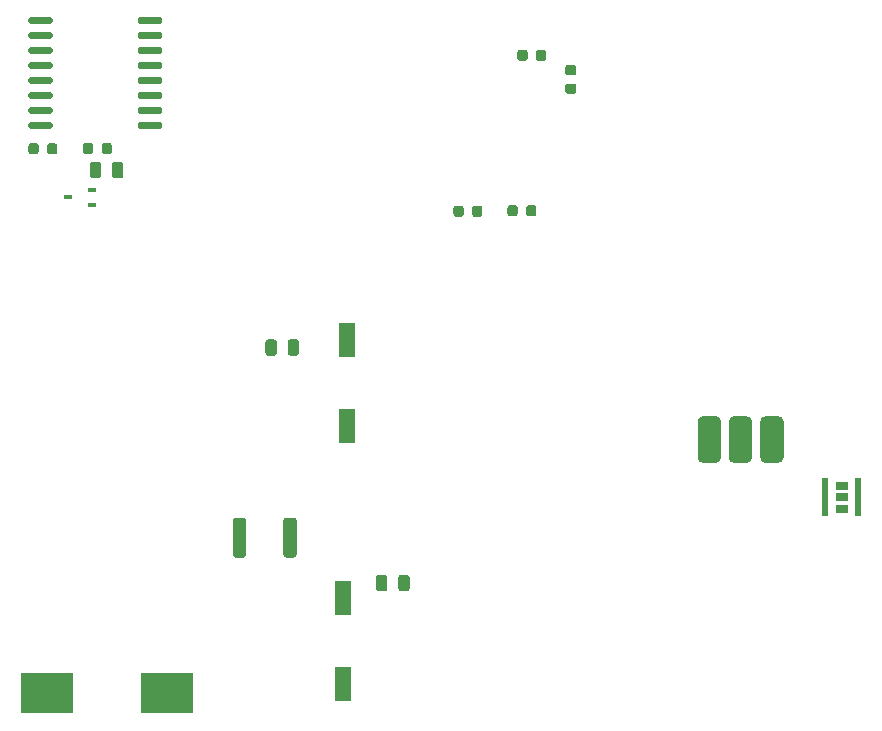
<source format=gbp>
G04 #@! TF.GenerationSoftware,KiCad,Pcbnew,(5.1.10-1-10_14)*
G04 #@! TF.CreationDate,2022-08-11T15:17:29-07:00*
G04 #@! TF.ProjectId,ulc-mm,756c632d-6d6d-42e6-9b69-6361645f7063,rev?*
G04 #@! TF.SameCoordinates,Original*
G04 #@! TF.FileFunction,Paste,Bot*
G04 #@! TF.FilePolarity,Positive*
%FSLAX46Y46*%
G04 Gerber Fmt 4.6, Leading zero omitted, Abs format (unit mm)*
G04 Created by KiCad (PCBNEW (5.1.10-1-10_14)) date 2022-08-11 15:17:29*
%MOMM*%
%LPD*%
G01*
G04 APERTURE LIST*
%ADD10R,1.470000X3.000000*%
%ADD11R,4.400000X3.400000*%
%ADD12R,0.700000X0.450000*%
%ADD13R,1.010000X0.750000*%
%ADD14R,0.500000X3.300000*%
G04 APERTURE END LIST*
G36*
G01*
X211190600Y-111161000D02*
X211190600Y-110861000D01*
G75*
G02*
X211340600Y-110711000I150000J0D01*
G01*
X213090600Y-110711000D01*
G75*
G02*
X213240600Y-110861000I0J-150000D01*
G01*
X213240600Y-111161000D01*
G75*
G02*
X213090600Y-111311000I-150000J0D01*
G01*
X211340600Y-111311000D01*
G75*
G02*
X211190600Y-111161000I0J150000D01*
G01*
G37*
G36*
G01*
X211190600Y-109891000D02*
X211190600Y-109591000D01*
G75*
G02*
X211340600Y-109441000I150000J0D01*
G01*
X213090600Y-109441000D01*
G75*
G02*
X213240600Y-109591000I0J-150000D01*
G01*
X213240600Y-109891000D01*
G75*
G02*
X213090600Y-110041000I-150000J0D01*
G01*
X211340600Y-110041000D01*
G75*
G02*
X211190600Y-109891000I0J150000D01*
G01*
G37*
G36*
G01*
X211190600Y-108621000D02*
X211190600Y-108321000D01*
G75*
G02*
X211340600Y-108171000I150000J0D01*
G01*
X213090600Y-108171000D01*
G75*
G02*
X213240600Y-108321000I0J-150000D01*
G01*
X213240600Y-108621000D01*
G75*
G02*
X213090600Y-108771000I-150000J0D01*
G01*
X211340600Y-108771000D01*
G75*
G02*
X211190600Y-108621000I0J150000D01*
G01*
G37*
G36*
G01*
X211190600Y-107351000D02*
X211190600Y-107051000D01*
G75*
G02*
X211340600Y-106901000I150000J0D01*
G01*
X213090600Y-106901000D01*
G75*
G02*
X213240600Y-107051000I0J-150000D01*
G01*
X213240600Y-107351000D01*
G75*
G02*
X213090600Y-107501000I-150000J0D01*
G01*
X211340600Y-107501000D01*
G75*
G02*
X211190600Y-107351000I0J150000D01*
G01*
G37*
G36*
G01*
X211190600Y-106081000D02*
X211190600Y-105781000D01*
G75*
G02*
X211340600Y-105631000I150000J0D01*
G01*
X213090600Y-105631000D01*
G75*
G02*
X213240600Y-105781000I0J-150000D01*
G01*
X213240600Y-106081000D01*
G75*
G02*
X213090600Y-106231000I-150000J0D01*
G01*
X211340600Y-106231000D01*
G75*
G02*
X211190600Y-106081000I0J150000D01*
G01*
G37*
G36*
G01*
X211190600Y-104811000D02*
X211190600Y-104511000D01*
G75*
G02*
X211340600Y-104361000I150000J0D01*
G01*
X213090600Y-104361000D01*
G75*
G02*
X213240600Y-104511000I0J-150000D01*
G01*
X213240600Y-104811000D01*
G75*
G02*
X213090600Y-104961000I-150000J0D01*
G01*
X211340600Y-104961000D01*
G75*
G02*
X211190600Y-104811000I0J150000D01*
G01*
G37*
G36*
G01*
X211190600Y-103541000D02*
X211190600Y-103241000D01*
G75*
G02*
X211340600Y-103091000I150000J0D01*
G01*
X213090600Y-103091000D01*
G75*
G02*
X213240600Y-103241000I0J-150000D01*
G01*
X213240600Y-103541000D01*
G75*
G02*
X213090600Y-103691000I-150000J0D01*
G01*
X211340600Y-103691000D01*
G75*
G02*
X211190600Y-103541000I0J150000D01*
G01*
G37*
G36*
G01*
X211190600Y-102271000D02*
X211190600Y-101971000D01*
G75*
G02*
X211340600Y-101821000I150000J0D01*
G01*
X213090600Y-101821000D01*
G75*
G02*
X213240600Y-101971000I0J-150000D01*
G01*
X213240600Y-102271000D01*
G75*
G02*
X213090600Y-102421000I-150000J0D01*
G01*
X211340600Y-102421000D01*
G75*
G02*
X211190600Y-102271000I0J150000D01*
G01*
G37*
G36*
G01*
X220490600Y-102271000D02*
X220490600Y-101971000D01*
G75*
G02*
X220640600Y-101821000I150000J0D01*
G01*
X222390600Y-101821000D01*
G75*
G02*
X222540600Y-101971000I0J-150000D01*
G01*
X222540600Y-102271000D01*
G75*
G02*
X222390600Y-102421000I-150000J0D01*
G01*
X220640600Y-102421000D01*
G75*
G02*
X220490600Y-102271000I0J150000D01*
G01*
G37*
G36*
G01*
X220490600Y-103541000D02*
X220490600Y-103241000D01*
G75*
G02*
X220640600Y-103091000I150000J0D01*
G01*
X222390600Y-103091000D01*
G75*
G02*
X222540600Y-103241000I0J-150000D01*
G01*
X222540600Y-103541000D01*
G75*
G02*
X222390600Y-103691000I-150000J0D01*
G01*
X220640600Y-103691000D01*
G75*
G02*
X220490600Y-103541000I0J150000D01*
G01*
G37*
G36*
G01*
X220490600Y-104811000D02*
X220490600Y-104511000D01*
G75*
G02*
X220640600Y-104361000I150000J0D01*
G01*
X222390600Y-104361000D01*
G75*
G02*
X222540600Y-104511000I0J-150000D01*
G01*
X222540600Y-104811000D01*
G75*
G02*
X222390600Y-104961000I-150000J0D01*
G01*
X220640600Y-104961000D01*
G75*
G02*
X220490600Y-104811000I0J150000D01*
G01*
G37*
G36*
G01*
X220490600Y-106081000D02*
X220490600Y-105781000D01*
G75*
G02*
X220640600Y-105631000I150000J0D01*
G01*
X222390600Y-105631000D01*
G75*
G02*
X222540600Y-105781000I0J-150000D01*
G01*
X222540600Y-106081000D01*
G75*
G02*
X222390600Y-106231000I-150000J0D01*
G01*
X220640600Y-106231000D01*
G75*
G02*
X220490600Y-106081000I0J150000D01*
G01*
G37*
G36*
G01*
X220490600Y-107351000D02*
X220490600Y-107051000D01*
G75*
G02*
X220640600Y-106901000I150000J0D01*
G01*
X222390600Y-106901000D01*
G75*
G02*
X222540600Y-107051000I0J-150000D01*
G01*
X222540600Y-107351000D01*
G75*
G02*
X222390600Y-107501000I-150000J0D01*
G01*
X220640600Y-107501000D01*
G75*
G02*
X220490600Y-107351000I0J150000D01*
G01*
G37*
G36*
G01*
X220490600Y-108621000D02*
X220490600Y-108321000D01*
G75*
G02*
X220640600Y-108171000I150000J0D01*
G01*
X222390600Y-108171000D01*
G75*
G02*
X222540600Y-108321000I0J-150000D01*
G01*
X222540600Y-108621000D01*
G75*
G02*
X222390600Y-108771000I-150000J0D01*
G01*
X220640600Y-108771000D01*
G75*
G02*
X220490600Y-108621000I0J150000D01*
G01*
G37*
G36*
G01*
X220490600Y-109891000D02*
X220490600Y-109591000D01*
G75*
G02*
X220640600Y-109441000I150000J0D01*
G01*
X222390600Y-109441000D01*
G75*
G02*
X222540600Y-109591000I0J-150000D01*
G01*
X222540600Y-109891000D01*
G75*
G02*
X222390600Y-110041000I-150000J0D01*
G01*
X220640600Y-110041000D01*
G75*
G02*
X220490600Y-109891000I0J150000D01*
G01*
G37*
G36*
G01*
X220490600Y-111161000D02*
X220490600Y-110861000D01*
G75*
G02*
X220640600Y-110711000I150000J0D01*
G01*
X222390600Y-110711000D01*
G75*
G02*
X222540600Y-110861000I0J-150000D01*
G01*
X222540600Y-111161000D01*
G75*
G02*
X222390600Y-111311000I-150000J0D01*
G01*
X220640600Y-111311000D01*
G75*
G02*
X220490600Y-111161000I0J150000D01*
G01*
G37*
G36*
G01*
X251759400Y-118480850D02*
X251759400Y-117968350D01*
G75*
G02*
X251978150Y-117749600I218750J0D01*
G01*
X252415650Y-117749600D01*
G75*
G02*
X252634400Y-117968350I0J-218750D01*
G01*
X252634400Y-118480850D01*
G75*
G02*
X252415650Y-118699600I-218750J0D01*
G01*
X251978150Y-118699600D01*
G75*
G02*
X251759400Y-118480850I0J218750D01*
G01*
G37*
G36*
G01*
X253334400Y-118480850D02*
X253334400Y-117968350D01*
G75*
G02*
X253553150Y-117749600I218750J0D01*
G01*
X253990650Y-117749600D01*
G75*
G02*
X254209400Y-117968350I0J-218750D01*
G01*
X254209400Y-118480850D01*
G75*
G02*
X253990650Y-118699600I-218750J0D01*
G01*
X253553150Y-118699600D01*
G75*
G02*
X253334400Y-118480850I0J218750D01*
G01*
G37*
G36*
G01*
X211195600Y-113248450D02*
X211195600Y-112735950D01*
G75*
G02*
X211414350Y-112517200I218750J0D01*
G01*
X211851850Y-112517200D01*
G75*
G02*
X212070600Y-112735950I0J-218750D01*
G01*
X212070600Y-113248450D01*
G75*
G02*
X211851850Y-113467200I-218750J0D01*
G01*
X211414350Y-113467200D01*
G75*
G02*
X211195600Y-113248450I0J218750D01*
G01*
G37*
G36*
G01*
X212770600Y-113248450D02*
X212770600Y-112735950D01*
G75*
G02*
X212989350Y-112517200I218750J0D01*
G01*
X213426850Y-112517200D01*
G75*
G02*
X213645600Y-112735950I0J-218750D01*
G01*
X213645600Y-113248450D01*
G75*
G02*
X213426850Y-113467200I-218750J0D01*
G01*
X212989350Y-113467200D01*
G75*
G02*
X212770600Y-113248450I0J218750D01*
G01*
G37*
G36*
G01*
X241599700Y-149302450D02*
X241599700Y-150214950D01*
G75*
G02*
X241355950Y-150458700I-243750J0D01*
G01*
X240868450Y-150458700D01*
G75*
G02*
X240624700Y-150214950I0J243750D01*
G01*
X240624700Y-149302450D01*
G75*
G02*
X240868450Y-149058700I243750J0D01*
G01*
X241355950Y-149058700D01*
G75*
G02*
X241599700Y-149302450I0J-243750D01*
G01*
G37*
G36*
G01*
X243474700Y-149302450D02*
X243474700Y-150214950D01*
G75*
G02*
X243230950Y-150458700I-243750J0D01*
G01*
X242743450Y-150458700D01*
G75*
G02*
X242499700Y-150214950I0J243750D01*
G01*
X242499700Y-149302450D01*
G75*
G02*
X242743450Y-149058700I243750J0D01*
G01*
X243230950Y-149058700D01*
G75*
G02*
X243474700Y-149302450I0J-243750D01*
G01*
G37*
D10*
X238138100Y-136454200D03*
X238138100Y-129154200D03*
G36*
G01*
X228503900Y-147360603D02*
X228503900Y-144460597D01*
G75*
G02*
X228753897Y-144210600I249997J0D01*
G01*
X229378903Y-144210600D01*
G75*
G02*
X229628900Y-144460597I0J-249997D01*
G01*
X229628900Y-147360603D01*
G75*
G02*
X229378903Y-147610600I-249997J0D01*
G01*
X228753897Y-147610600D01*
G75*
G02*
X228503900Y-147360603I0J249997D01*
G01*
G37*
G36*
G01*
X232778900Y-147360603D02*
X232778900Y-144460597D01*
G75*
G02*
X233028897Y-144210600I249997J0D01*
G01*
X233653903Y-144210600D01*
G75*
G02*
X233903900Y-144460597I0J-249997D01*
G01*
X233903900Y-147360603D01*
G75*
G02*
X233653903Y-147610600I-249997J0D01*
G01*
X233028897Y-147610600D01*
G75*
G02*
X232778900Y-147360603I0J249997D01*
G01*
G37*
X237820600Y-158310900D03*
X237820600Y-151010900D03*
D11*
X212771440Y-159105900D03*
X222971440Y-159105900D03*
G36*
G01*
X257368150Y-106762100D02*
X256855650Y-106762100D01*
G75*
G02*
X256636900Y-106543350I0J218750D01*
G01*
X256636900Y-106105850D01*
G75*
G02*
X256855650Y-105887100I218750J0D01*
G01*
X257368150Y-105887100D01*
G75*
G02*
X257586900Y-106105850I0J-218750D01*
G01*
X257586900Y-106543350D01*
G75*
G02*
X257368150Y-106762100I-218750J0D01*
G01*
G37*
G36*
G01*
X257368150Y-108337100D02*
X256855650Y-108337100D01*
G75*
G02*
X256636900Y-108118350I0J218750D01*
G01*
X256636900Y-107680850D01*
G75*
G02*
X256855650Y-107462100I218750J0D01*
G01*
X257368150Y-107462100D01*
G75*
G02*
X257586900Y-107680850I0J-218750D01*
G01*
X257586900Y-108118350D01*
G75*
G02*
X257368150Y-108337100I-218750J0D01*
G01*
G37*
G36*
G01*
X248062400Y-118031850D02*
X248062400Y-118544350D01*
G75*
G02*
X247843650Y-118763100I-218750J0D01*
G01*
X247406150Y-118763100D01*
G75*
G02*
X247187400Y-118544350I0J218750D01*
G01*
X247187400Y-118031850D01*
G75*
G02*
X247406150Y-117813100I218750J0D01*
G01*
X247843650Y-117813100D01*
G75*
G02*
X248062400Y-118031850I0J-218750D01*
G01*
G37*
G36*
G01*
X249637400Y-118031850D02*
X249637400Y-118544350D01*
G75*
G02*
X249418650Y-118763100I-218750J0D01*
G01*
X248981150Y-118763100D01*
G75*
G02*
X248762400Y-118544350I0J218750D01*
G01*
X248762400Y-118031850D01*
G75*
G02*
X248981150Y-117813100I218750J0D01*
G01*
X249418650Y-117813100D01*
G75*
G02*
X249637400Y-118031850I0J-218750D01*
G01*
G37*
G36*
G01*
X254159900Y-105336350D02*
X254159900Y-104823850D01*
G75*
G02*
X254378650Y-104605100I218750J0D01*
G01*
X254816150Y-104605100D01*
G75*
G02*
X255034900Y-104823850I0J-218750D01*
G01*
X255034900Y-105336350D01*
G75*
G02*
X254816150Y-105555100I-218750J0D01*
G01*
X254378650Y-105555100D01*
G75*
G02*
X254159900Y-105336350I0J218750D01*
G01*
G37*
G36*
G01*
X252584900Y-105336350D02*
X252584900Y-104823850D01*
G75*
G02*
X252803650Y-104605100I218750J0D01*
G01*
X253241150Y-104605100D01*
G75*
G02*
X253459900Y-104823850I0J-218750D01*
G01*
X253459900Y-105336350D01*
G75*
G02*
X253241150Y-105555100I-218750J0D01*
G01*
X252803650Y-105555100D01*
G75*
G02*
X252584900Y-105336350I0J218750D01*
G01*
G37*
G36*
G01*
X234114800Y-129363450D02*
X234114800Y-130275950D01*
G75*
G02*
X233871050Y-130519700I-243750J0D01*
G01*
X233383550Y-130519700D01*
G75*
G02*
X233139800Y-130275950I0J243750D01*
G01*
X233139800Y-129363450D01*
G75*
G02*
X233383550Y-129119700I243750J0D01*
G01*
X233871050Y-129119700D01*
G75*
G02*
X234114800Y-129363450I0J-243750D01*
G01*
G37*
G36*
G01*
X232239800Y-129363450D02*
X232239800Y-130275950D01*
G75*
G02*
X231996050Y-130519700I-243750J0D01*
G01*
X231508550Y-130519700D01*
G75*
G02*
X231264800Y-130275950I0J243750D01*
G01*
X231264800Y-129363450D01*
G75*
G02*
X231508550Y-129119700I243750J0D01*
G01*
X231996050Y-129119700D01*
G75*
G02*
X232239800Y-129363450I0J-243750D01*
G01*
G37*
D12*
X216570200Y-116444300D03*
X216570200Y-117744300D03*
X214570200Y-117094300D03*
G36*
G01*
X219245000Y-114333750D02*
X219245000Y-115246250D01*
G75*
G02*
X219001250Y-115490000I-243750J0D01*
G01*
X218513750Y-115490000D01*
G75*
G02*
X218270000Y-115246250I0J243750D01*
G01*
X218270000Y-114333750D01*
G75*
G02*
X218513750Y-114090000I243750J0D01*
G01*
X219001250Y-114090000D01*
G75*
G02*
X219245000Y-114333750I0J-243750D01*
G01*
G37*
G36*
G01*
X217370000Y-114333750D02*
X217370000Y-115246250D01*
G75*
G02*
X217126250Y-115490000I-243750J0D01*
G01*
X216638750Y-115490000D01*
G75*
G02*
X216395000Y-115246250I0J243750D01*
G01*
X216395000Y-114333750D01*
G75*
G02*
X216638750Y-114090000I243750J0D01*
G01*
X217126250Y-114090000D01*
G75*
G02*
X217370000Y-114333750I0J-243750D01*
G01*
G37*
G36*
G01*
X215818400Y-113223050D02*
X215818400Y-112710550D01*
G75*
G02*
X216037150Y-112491800I218750J0D01*
G01*
X216474650Y-112491800D01*
G75*
G02*
X216693400Y-112710550I0J-218750D01*
G01*
X216693400Y-113223050D01*
G75*
G02*
X216474650Y-113441800I-218750J0D01*
G01*
X216037150Y-113441800D01*
G75*
G02*
X215818400Y-113223050I0J218750D01*
G01*
G37*
G36*
G01*
X217393400Y-113223050D02*
X217393400Y-112710550D01*
G75*
G02*
X217612150Y-112491800I218750J0D01*
G01*
X218049650Y-112491800D01*
G75*
G02*
X218268400Y-112710550I0J-218750D01*
G01*
X218268400Y-113223050D01*
G75*
G02*
X218049650Y-113441800I-218750J0D01*
G01*
X217612150Y-113441800D01*
G75*
G02*
X217393400Y-113223050I0J218750D01*
G01*
G37*
G36*
G01*
X268350000Y-135603189D02*
X269350000Y-135603189D01*
G75*
G02*
X269850000Y-136103189I0J-500000D01*
G01*
X269850000Y-139103189D01*
G75*
G02*
X269350000Y-139603189I-500000J0D01*
G01*
X268350000Y-139603189D01*
G75*
G02*
X267850000Y-139103189I0J500000D01*
G01*
X267850000Y-136103189D01*
G75*
G02*
X268350000Y-135603189I500000J0D01*
G01*
G37*
G36*
G01*
X273650000Y-135603189D02*
X274650000Y-135603189D01*
G75*
G02*
X275150000Y-136103189I0J-500000D01*
G01*
X275150000Y-139103189D01*
G75*
G02*
X274650000Y-139603189I-500000J0D01*
G01*
X273650000Y-139603189D01*
G75*
G02*
X273150000Y-139103189I0J500000D01*
G01*
X273150000Y-136103189D01*
G75*
G02*
X273650000Y-135603189I500000J0D01*
G01*
G37*
G36*
G01*
X270980000Y-135613189D02*
X271980000Y-135613189D01*
G75*
G02*
X272480000Y-136113189I0J-500000D01*
G01*
X272480000Y-139113189D01*
G75*
G02*
X271980000Y-139613189I-500000J0D01*
G01*
X270980000Y-139613189D01*
G75*
G02*
X270480000Y-139113189I0J500000D01*
G01*
X270480000Y-136113189D01*
G75*
G02*
X270980000Y-135613189I500000J0D01*
G01*
G37*
D13*
X280070251Y-142500000D03*
X280070251Y-141500000D03*
X280070251Y-143500000D03*
D14*
X281470251Y-142500000D03*
X278670251Y-142500000D03*
M02*

</source>
